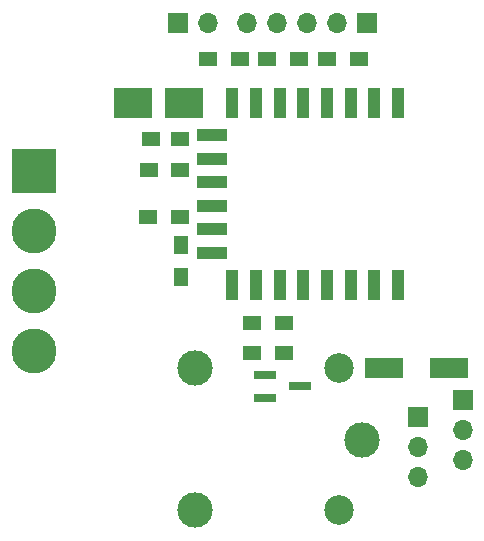
<source format=gbs>
G04 #@! TF.FileFunction,Soldermask,Bot*
%FSLAX46Y46*%
G04 Gerber Fmt 4.6, Leading zero omitted, Abs format (unit mm)*
G04 Created by KiCad (PCBNEW 4.0.6) date Thursday, 27 July 2017 21:49:40*
%MOMM*%
%LPD*%
G01*
G04 APERTURE LIST*
%ADD10C,0.100000*%
%ADD11C,2.500000*%
%ADD12C,3.000000*%
%ADD13C,3.810000*%
%ADD14R,3.810000X3.810000*%
%ADD15R,3.200000X2.500000*%
%ADD16R,1.500000X1.250000*%
%ADD17R,3.300000X1.700000*%
%ADD18R,1.700000X1.700000*%
%ADD19O,1.700000X1.700000*%
%ADD20R,1.900000X0.800000*%
%ADD21R,1.500000X1.300000*%
%ADD22R,1.300000X1.500000*%
%ADD23R,1.100000X2.500000*%
%ADD24R,2.500000X1.100000*%
G04 APERTURE END LIST*
D10*
D11*
X145050000Y-102050000D03*
D12*
X132850000Y-102050000D03*
X132800000Y-114100000D03*
D11*
X145050000Y-114050000D03*
D12*
X147000000Y-108100000D03*
D13*
X119200000Y-90460000D03*
X119200000Y-95540000D03*
D14*
X119200000Y-85380000D03*
D13*
X119200000Y-100620000D03*
D15*
X127600000Y-79650000D03*
X131900000Y-79650000D03*
D16*
X131600000Y-82650000D03*
X129100000Y-82650000D03*
D17*
X154300000Y-102050000D03*
X148800000Y-102050000D03*
D18*
X131400000Y-72800000D03*
D19*
X133940000Y-72800000D03*
D20*
X138750000Y-104550000D03*
X138750000Y-102650000D03*
X141750000Y-103600000D03*
D21*
X131600000Y-85300000D03*
X128900000Y-85300000D03*
X131550000Y-89300000D03*
X128850000Y-89300000D03*
X140350000Y-100750000D03*
X137650000Y-100750000D03*
X133950000Y-75850000D03*
X136650000Y-75850000D03*
X137650000Y-98250000D03*
X140350000Y-98250000D03*
X144000000Y-75850000D03*
X146700000Y-75850000D03*
D22*
X131650000Y-91650000D03*
X131650000Y-94350000D03*
D21*
X141650000Y-75850000D03*
X138950000Y-75850000D03*
D23*
X150000000Y-95000000D03*
X148000000Y-95000000D03*
X146000000Y-95000000D03*
X144000000Y-95000000D03*
X142000000Y-95000000D03*
X140000000Y-95000000D03*
X138000000Y-95000000D03*
X136000000Y-95000000D03*
X136000000Y-79600000D03*
X138000000Y-79600000D03*
X140000000Y-79600000D03*
X142000000Y-79600000D03*
X144000000Y-79600000D03*
X146000000Y-79600000D03*
X148000000Y-79600000D03*
X150000000Y-79600000D03*
D24*
X134300000Y-92310000D03*
X134300000Y-90310000D03*
X134300000Y-88310000D03*
X134300000Y-86310000D03*
X134300000Y-84310000D03*
X134300000Y-82310000D03*
D18*
X147400000Y-72800000D03*
D19*
X144860000Y-72800000D03*
X142320000Y-72800000D03*
X139780000Y-72800000D03*
X137240000Y-72800000D03*
D18*
X151700000Y-106200000D03*
D19*
X151700000Y-108740000D03*
X151700000Y-111280000D03*
D18*
X155500000Y-104750000D03*
D19*
X155500000Y-107290000D03*
X155500000Y-109830000D03*
M02*

</source>
